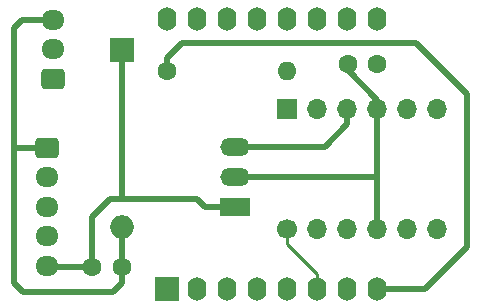
<source format=gbl>
%TF.GenerationSoftware,KiCad,Pcbnew,(6.0.8)*%
%TF.CreationDate,2022-10-25T11:24:58+02:00*%
%TF.ProjectId,MHI-AC-CTRL,4d48492d-4143-42d4-9354-524c2e6b6963,v2.3*%
%TF.SameCoordinates,Original*%
%TF.FileFunction,Copper,L2,Bot*%
%TF.FilePolarity,Positive*%
%FSLAX46Y46*%
G04 Gerber Fmt 4.6, Leading zero omitted, Abs format (unit mm)*
G04 Created by KiCad (PCBNEW (6.0.8)) date 2022-10-25 11:24:58*
%MOMM*%
%LPD*%
G01*
G04 APERTURE LIST*
G04 Aperture macros list*
%AMRoundRect*
0 Rectangle with rounded corners*
0 $1 Rounding radius*
0 $2 $3 $4 $5 $6 $7 $8 $9 X,Y pos of 4 corners*
0 Add a 4 corners polygon primitive as box body*
4,1,4,$2,$3,$4,$5,$6,$7,$8,$9,$2,$3,0*
0 Add four circle primitives for the rounded corners*
1,1,$1+$1,$2,$3*
1,1,$1+$1,$4,$5*
1,1,$1+$1,$6,$7*
1,1,$1+$1,$8,$9*
0 Add four rect primitives between the rounded corners*
20,1,$1+$1,$2,$3,$4,$5,0*
20,1,$1+$1,$4,$5,$6,$7,0*
20,1,$1+$1,$6,$7,$8,$9,0*
20,1,$1+$1,$8,$9,$2,$3,0*%
G04 Aperture macros list end*
%TA.AperFunction,ComponentPad*%
%ADD10R,2.500000X1.500000*%
%TD*%
%TA.AperFunction,ComponentPad*%
%ADD11O,2.500000X1.500000*%
%TD*%
%TA.AperFunction,ComponentPad*%
%ADD12RoundRect,0.250000X-0.725000X0.600000X-0.725000X-0.600000X0.725000X-0.600000X0.725000X0.600000X0*%
%TD*%
%TA.AperFunction,ComponentPad*%
%ADD13O,1.950000X1.700000*%
%TD*%
%TA.AperFunction,ComponentPad*%
%ADD14R,1.700000X1.700000*%
%TD*%
%TA.AperFunction,ComponentPad*%
%ADD15O,1.700000X1.700000*%
%TD*%
%TA.AperFunction,ComponentPad*%
%ADD16C,1.700000*%
%TD*%
%TA.AperFunction,ComponentPad*%
%ADD17RoundRect,0.250000X0.725000X-0.600000X0.725000X0.600000X-0.725000X0.600000X-0.725000X-0.600000X0*%
%TD*%
%TA.AperFunction,ComponentPad*%
%ADD18R,2.000000X2.000000*%
%TD*%
%TA.AperFunction,ComponentPad*%
%ADD19O,1.600000X2.000000*%
%TD*%
%TA.AperFunction,ComponentPad*%
%ADD20C,1.600000*%
%TD*%
%TA.AperFunction,ComponentPad*%
%ADD21O,1.600000X1.600000*%
%TD*%
%TA.AperFunction,ComponentPad*%
%ADD22O,2.000000X2.000000*%
%TD*%
%TA.AperFunction,Conductor*%
%ADD23C,0.500000*%
%TD*%
%TA.AperFunction,Conductor*%
%ADD24C,0.250000*%
%TD*%
G04 APERTURE END LIST*
D10*
%TO.P,U1,1,Vin*%
%TO.N,+12V*%
X99669600Y-55270400D03*
D11*
%TO.P,U1,2,GND*%
%TO.N,GND*%
X99669600Y-52730400D03*
%TO.P,U1,3,Vout*%
%TO.N,+5V*%
X99669600Y-50190400D03*
%TD*%
D12*
%TO.P,J1,1,Pin_1*%
%TO.N,GND*%
X83786200Y-50270400D03*
D13*
%TO.P,J1,2,Pin_2*%
%TO.N,MISO_5V*%
X83786200Y-52770400D03*
%TO.P,J1,3,Pin_3*%
%TO.N,MOSI_5V*%
X83786200Y-55270400D03*
%TO.P,J1,4,Pin_4*%
%TO.N,CLK_5V*%
X83786200Y-57770400D03*
%TO.P,J1,5,Pin_5*%
%TO.N,+12V*%
X83786200Y-60270400D03*
%TD*%
D14*
%TO.P,U3,1,A1*%
%TO.N,MOSI_5V*%
X104140000Y-46990000D03*
D15*
%TO.P,U3,2,A2*%
%TO.N,MISO_5V*%
X106680000Y-46990000D03*
%TO.P,U3,3,VCCA*%
%TO.N,+5V*%
X109220000Y-46990000D03*
%TO.P,U3,4,GNDA*%
%TO.N,GND*%
X111760000Y-46990000D03*
%TO.P,U3,5,A3*%
%TO.N,CLK_5V*%
X114300000Y-46990000D03*
%TO.P,U3,6,A4*%
%TO.N,unconnected-(U3-Pad6)*%
X116840000Y-46990000D03*
D16*
%TO.P,U3,7,B1*%
%TO.N,MOSI_3V3*%
X104140000Y-57150000D03*
D15*
%TO.P,U3,8,B2*%
%TO.N,MISO_3V3*%
X106680000Y-57150000D03*
%TO.P,U3,9,VCCB*%
%TO.N,+3V3*%
X109220000Y-57150000D03*
%TO.P,U3,10,GNDB*%
%TO.N,GND*%
X111760000Y-57150000D03*
%TO.P,U3,11,B3*%
%TO.N,CLK_3V3*%
X114300000Y-57150000D03*
%TO.P,U3,12,B4*%
%TO.N,unconnected-(U3-Pad12)*%
X116840000Y-57150000D03*
%TD*%
D17*
%TO.P,J3,1,Pin_1*%
%TO.N,+3V3*%
X84323600Y-44450000D03*
D13*
%TO.P,J3,2,Pin_2*%
%TO.N,DS18x20*%
X84323600Y-41950000D03*
%TO.P,J3,3,Pin_3*%
%TO.N,GND*%
X84323600Y-39450000D03*
%TD*%
D18*
%TO.P,U2,1,~{RST}*%
%TO.N,unconnected-(U2-Pad1)*%
X93980000Y-62230000D03*
D19*
%TO.P,U2,2,A0*%
%TO.N,unconnected-(U2-Pad2)*%
X96520000Y-62230000D03*
%TO.P,U2,3,D0*%
%TO.N,unconnected-(U2-Pad3)*%
X99060000Y-62230000D03*
%TO.P,U2,4,SCK/D5*%
%TO.N,CLK_3V3*%
X101600000Y-62230000D03*
%TO.P,U2,5,MISO/D6*%
%TO.N,MISO_3V3*%
X104140000Y-62230000D03*
%TO.P,U2,6,MOSI/D7*%
%TO.N,MOSI_3V3*%
X106680000Y-62230000D03*
%TO.P,U2,7,CS/D8*%
%TO.N,unconnected-(U2-Pad7)*%
X109220000Y-62230000D03*
%TO.P,U2,8,3V3*%
%TO.N,+3V3*%
X111760000Y-62230000D03*
%TO.P,U2,9,5V*%
%TO.N,+5V*%
X111760000Y-39370000D03*
%TO.P,U2,10,GND*%
%TO.N,GND*%
X109220000Y-39370000D03*
%TO.P,U2,11,D4*%
%TO.N,unconnected-(U2-Pad11)*%
X106680000Y-39370000D03*
%TO.P,U2,12,D3*%
%TO.N,unconnected-(U2-Pad12)*%
X104140000Y-39370000D03*
%TO.P,U2,13,SDA/D2*%
%TO.N,DS18x20*%
X101600000Y-39370000D03*
%TO.P,U2,14,SCL/D1*%
%TO.N,unconnected-(U2-Pad14)*%
X99060000Y-39370000D03*
%TO.P,U2,15,RX*%
%TO.N,unconnected-(U2-Pad15)*%
X96520000Y-39370000D03*
%TO.P,U2,16,TX*%
%TO.N,unconnected-(U2-Pad16)*%
X93980000Y-39370000D03*
%TD*%
D20*
%TO.P,C3,1*%
%TO.N,+5V*%
X111760000Y-43180000D03*
%TO.P,C3,2*%
%TO.N,GND*%
X109260000Y-43180000D03*
%TD*%
%TO.P,R1,1*%
%TO.N,+3V3*%
X93980000Y-43815000D03*
D21*
%TO.P,R1,2*%
%TO.N,DS18x20*%
X104140000Y-43815000D03*
%TD*%
D18*
%TO.P,C1,1*%
%TO.N,+12V*%
X90119200Y-41979200D03*
D22*
%TO.P,C1,2*%
%TO.N,GND*%
X90119200Y-56979200D03*
%TD*%
D20*
%TO.P,C2,1*%
%TO.N,+12V*%
X87630000Y-60401200D03*
%TO.P,C2,2*%
%TO.N,GND*%
X90130000Y-60401200D03*
%TD*%
D23*
%TO.N,+12V*%
X87630000Y-60401200D02*
X83917000Y-60401200D01*
X99669600Y-55270400D02*
X97180400Y-55270400D01*
X90119200Y-54559200D02*
X90170000Y-54610000D01*
X96520000Y-54610000D02*
X90170000Y-54610000D01*
X90119200Y-41979200D02*
X90119200Y-54559200D01*
X89154000Y-54610000D02*
X87630000Y-56134000D01*
X83917000Y-60401200D02*
X83786200Y-60270400D01*
X97180400Y-55270400D02*
X96520000Y-54610000D01*
X90170000Y-54610000D02*
X89154000Y-54610000D01*
X87630000Y-56134000D02*
X87630000Y-60401200D01*
%TO.N,GND*%
X111760000Y-46990000D02*
X111760000Y-46228000D01*
X99669600Y-52730400D02*
X111607600Y-52730400D01*
X111607600Y-52730400D02*
X111760000Y-52578000D01*
X83786200Y-50270400D02*
X81047600Y-50270400D01*
X111760000Y-46228000D02*
X109260000Y-43728000D01*
X109260000Y-43728000D02*
X109260000Y-43180000D01*
X81026000Y-40132000D02*
X81026000Y-50292000D01*
X90130000Y-61762000D02*
X90130000Y-60401200D01*
X81708000Y-39450000D02*
X81026000Y-40132000D01*
X81788000Y-62484000D02*
X89408000Y-62484000D01*
X81026000Y-50292000D02*
X81026000Y-61722000D01*
X81047600Y-50270400D02*
X81026000Y-50292000D01*
X111760000Y-46990000D02*
X111760000Y-52578000D01*
X89408000Y-62484000D02*
X90130000Y-61762000D01*
X90119200Y-56979200D02*
X90119200Y-60390400D01*
X111760000Y-52578000D02*
X111760000Y-57150000D01*
X90119200Y-60390400D02*
X90130000Y-60401200D01*
X84323600Y-39450000D02*
X81708000Y-39450000D01*
X81026000Y-61722000D02*
X81788000Y-62484000D01*
%TO.N,+5V*%
X109220000Y-48260000D02*
X109220000Y-46990000D01*
X99669600Y-50190400D02*
X107289600Y-50190400D01*
X107289600Y-50190400D02*
X109220000Y-48260000D01*
%TO.N,+3V3*%
X93980000Y-43815000D02*
X93980000Y-42672000D01*
X95250000Y-41402000D02*
X115062000Y-41402000D01*
X119380000Y-58674000D02*
X115824000Y-62230000D01*
X115062000Y-41402000D02*
X119380000Y-45720000D01*
X93980000Y-42672000D02*
X95250000Y-41402000D01*
X115824000Y-62230000D02*
X111760000Y-62230000D01*
X119380000Y-45720000D02*
X119380000Y-58674000D01*
D24*
%TO.N,MOSI_3V3*%
X104140000Y-58420000D02*
X104140000Y-57150000D01*
X106680000Y-60960000D02*
X104140000Y-58420000D01*
X106680000Y-62230000D02*
X106680000Y-60960000D01*
%TD*%
M02*

</source>
